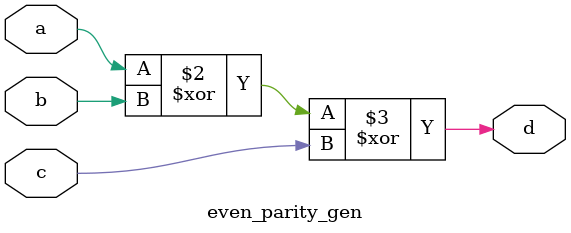
<source format=v>
module even_parity_gen(input a,b,c,output reg d);
  
  always @(*)
    begin
      d <= a ^ b ^ c;
    end
endmodule

</source>
